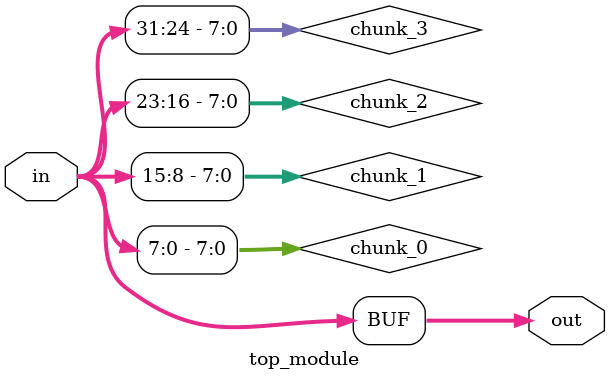
<source format=sv>
module top_module (
	input [31:0] in,
	output [31:0] out
);

	// Declaration of internal signals
	wire [7:0] chunk_0;
	wire [7:0] chunk_1;
	wire [7:0] chunk_2;
	wire [7:0] chunk_3;

	// Assigning 8-bit chunks of input to internal signals
	assign chunk_0 = in[7:0];
	assign chunk_1 = in[15:8];
	assign chunk_2 = in[23:16];
	assign chunk_3 = in[31:24];

	// Assigning internal signals to output
	assign out = {chunk_3, chunk_2, chunk_1, chunk_0};

endmodule

</source>
